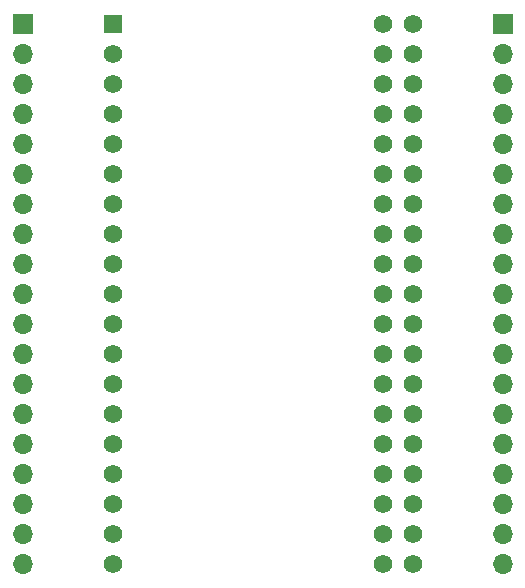
<source format=gbr>
%TF.GenerationSoftware,KiCad,Pcbnew,(6.0.11-0)*%
%TF.CreationDate,2023-02-12T12:53:08-05:00*%
%TF.ProjectId,ESP32-Breakout,45535033-322d-4427-9265-616b6f75742e,1.1.0*%
%TF.SameCoordinates,Original*%
%TF.FileFunction,Soldermask,Top*%
%TF.FilePolarity,Negative*%
%FSLAX46Y46*%
G04 Gerber Fmt 4.6, Leading zero omitted, Abs format (unit mm)*
G04 Created by KiCad (PCBNEW (6.0.11-0)) date 2023-02-12 12:53:08*
%MOMM*%
%LPD*%
G01*
G04 APERTURE LIST*
%ADD10R,1.700000X1.700000*%
%ADD11O,1.700000X1.700000*%
%ADD12R,1.560000X1.560000*%
%ADD13C,1.560000*%
G04 APERTURE END LIST*
D10*
%TO.C,J101*%
X139700000Y-73660000D03*
D11*
X139700000Y-76200000D03*
X139700000Y-78740000D03*
X139700000Y-81280000D03*
X139700000Y-83820000D03*
X139700000Y-86360000D03*
X139700000Y-88900000D03*
X139700000Y-91440000D03*
X139700000Y-93980000D03*
X139700000Y-96520000D03*
X139700000Y-99060000D03*
X139700000Y-101600000D03*
X139700000Y-104140000D03*
X139700000Y-106680000D03*
X139700000Y-109220000D03*
X139700000Y-111760000D03*
X139700000Y-114300000D03*
X139700000Y-116840000D03*
X139700000Y-119380000D03*
%TD*%
D10*
%TO.C,J102*%
X180340000Y-73670000D03*
D11*
X180340000Y-76210000D03*
X180340000Y-78750000D03*
X180340000Y-81290000D03*
X180340000Y-83830000D03*
X180340000Y-86370000D03*
X180340000Y-88910000D03*
X180340000Y-91450000D03*
X180340000Y-93990000D03*
X180340000Y-96530000D03*
X180340000Y-99070000D03*
X180340000Y-101610000D03*
X180340000Y-104150000D03*
X180340000Y-106690000D03*
X180340000Y-109230000D03*
X180340000Y-111770000D03*
X180340000Y-114310000D03*
X180340000Y-116850000D03*
X180340000Y-119390000D03*
%TD*%
D12*
%TO.C,U101*%
X147320000Y-73660000D03*
D13*
X147320000Y-76200000D03*
X147320000Y-78740000D03*
X147320000Y-81280000D03*
X147320000Y-83820000D03*
X147320000Y-86360000D03*
X147320000Y-88900000D03*
X147320000Y-91440000D03*
X147320000Y-93980000D03*
X147320000Y-96520000D03*
X147320000Y-99060000D03*
X147320000Y-101600000D03*
X147320000Y-104140000D03*
X147320000Y-106680000D03*
X147320000Y-109220000D03*
X147320000Y-111760000D03*
X147320000Y-114300000D03*
X147320000Y-116840000D03*
X147320000Y-119380000D03*
X170180000Y-73660000D03*
X172720000Y-73660000D03*
X172720000Y-76200000D03*
X170180000Y-76200000D03*
X170180000Y-78740000D03*
X172720000Y-78740000D03*
X170180000Y-81280000D03*
X172720000Y-81280000D03*
X172720000Y-83820000D03*
X170180000Y-83820000D03*
X172720000Y-86360000D03*
X170180000Y-86360000D03*
X172720000Y-88900000D03*
X170180000Y-88900000D03*
X172720000Y-91440000D03*
X170180000Y-91440000D03*
X170180000Y-93980000D03*
X172720000Y-93980000D03*
X172720000Y-96520000D03*
X170180000Y-96520000D03*
X172720000Y-99060000D03*
X170180000Y-99060000D03*
X170180000Y-101600000D03*
X172720000Y-101600000D03*
X172720000Y-104140000D03*
X170180000Y-104140000D03*
X170180000Y-106680000D03*
X172720000Y-106680000D03*
X172720000Y-109220000D03*
X170180000Y-109220000D03*
X172720000Y-111760000D03*
X170180000Y-111760000D03*
X170180000Y-114300000D03*
X172720000Y-114300000D03*
X172720000Y-116840000D03*
X170180000Y-116840000D03*
X172720000Y-119380000D03*
X170180000Y-119380000D03*
%TD*%
M02*

</source>
